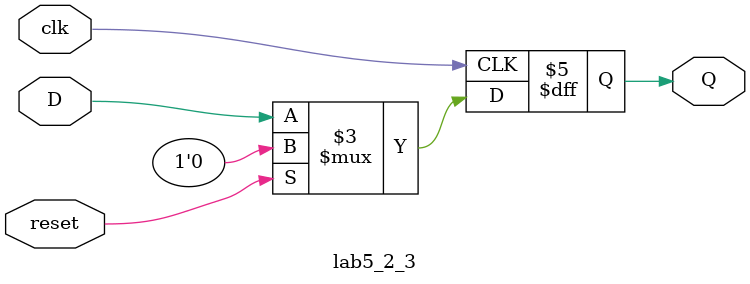
<source format=v>
`timescale 1ns / 1ps


module lab5_2_3(
    input D,
    input reset,
    input clk,
    output reg Q
    );
    
    always @ (posedge clk) begin
        if (reset)
            Q <= 0;
        else
            Q <= D;
    end
endmodule

</source>
